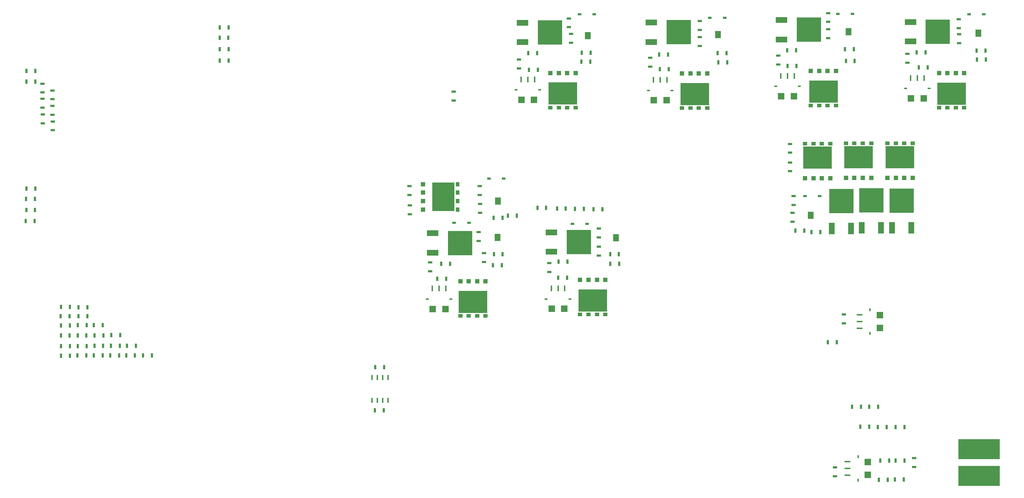
<source format=gbr>
%TF.GenerationSoftware,Novarm,DipTrace,3.3.1.1*%
%TF.CreationDate,2019-12-29T15:55:59+07:00*%
%FSLAX35Y35*%
%MOMM*%
%TF.FileFunction,Paste,Top*%
%TF.Part,Single*%
%ADD92R,2.8X1.4*%
%ADD94R,0.95X0.6*%
%ADD96R,1.48X1.68*%
%ADD98R,0.105X0.689*%
%ADD100R,1.6X1.5*%
%ADD102R,0.7X0.4*%
%ADD104R,0.3X1.4*%
%ADD106R,5.8X5.8*%
%ADD108R,1.4X2.8*%
%ADD110R,-0.02X-0.075*%
%ADD112R,5.3X6.8*%
%ADD114R,0.95X1.05*%
%ADD116R,1.08X1.05*%
%ADD118R,-0.075X-0.02*%
%ADD120R,6.8X5.3*%
%ADD122R,1.05X0.95*%
%ADD124R,1.05X1.08*%
%ADD128R,0.35X1.3*%
%ADD139R,0.6X1.1*%
%ADD146R,1.5X1.6*%
%ADD148R,0.4X0.7*%
%ADD150R,1.4X0.3*%
%ADD152R,1.1X0.6*%
%ADD159R,9.8X4.8*%
G75*
G01*
%LPD*%
D159*
X25421037Y1927914D3*
Y1292911D3*
D152*
X3426710Y10242337D3*
Y10452337D3*
X3428143Y9873003D3*
Y10083003D3*
X3436963Y9505237D3*
Y9715237D3*
X3191900Y10403437D3*
Y10613437D3*
X3191127Y10039670D3*
Y10249670D3*
X3195693Y9667827D3*
Y9877827D3*
D150*
X22299657Y1633180D3*
Y1473180D3*
Y1313180D3*
D148*
X22549657Y1753180D3*
Y1193180D3*
D146*
X22784657Y1623180D3*
Y1323180D3*
D152*
X22003667Y1289300D3*
Y1499300D3*
D139*
X23043610Y1205233D3*
X23253610D3*
X23424237Y1208027D3*
X23634237D3*
D152*
X23879897Y1510433D3*
Y1720433D3*
D139*
X23439757Y1663550D3*
X23649757D3*
X23289663Y1663003D3*
X23079663D3*
X21835493Y4471813D3*
X22045493D3*
X22606903Y2462980D3*
X22816903D3*
X23022287Y2457423D3*
X23232287D3*
X23445860Y2453920D3*
X23655860D3*
X22816523Y2942247D3*
X23026523D3*
X22409823Y2942620D3*
X22619823D3*
D152*
X12956077Y10420267D3*
Y10210267D3*
D128*
X11395483Y3633917D3*
X11268483D3*
X11141483D3*
X11014483D3*
Y3093917D3*
X11141483D3*
X11268483D3*
X11395483D3*
D139*
X11087087Y3879743D3*
X11297087D3*
X11293903Y2852820D3*
X11083903D3*
X3630173Y5310417D3*
X3840173D3*
X4046567Y5303997D3*
X4256567D3*
X3624457Y5088193D3*
X3834457D3*
X4043313Y5087237D3*
X4253313D3*
X3633633Y4871363D3*
X3843633D3*
X4027577Y4875253D3*
X4237577D3*
X4408733Y4874773D3*
X4618733D3*
X3627217Y4636133D3*
X3837217D3*
X4025170Y4636187D3*
X4235170D3*
X4430123Y4633203D3*
X4640123D3*
X4826760Y4641583D3*
X5036760D3*
X3629930Y4381533D3*
X3839930D3*
X4032213Y4381297D3*
X4242213D3*
X4423327Y4385867D3*
X4633327D3*
X4817883Y4383610D3*
X5027883D3*
X5194317Y4388090D3*
X5404317D3*
X3630683Y4151263D3*
X3840683D3*
X4020547Y4154617D3*
X4230547D3*
X4409477Y4155250D3*
X4619477D3*
X4799070Y4154563D3*
X5009070D3*
X5175800Y4158747D3*
X5385800D3*
X5575777Y4158710D3*
X5785777D3*
X7394913Y11703070D3*
X7604913D3*
X7399680Y11432233D3*
X7609680D3*
X7399133Y11161400D3*
X7609133D3*
X3017213Y10658293D3*
X2807213D3*
X3020450Y10916873D3*
X2810450D3*
X3001263Y7352093D3*
X2791263D3*
X3015807Y7609770D3*
X2805807D3*
X7397803Y11944970D3*
X7607803D3*
D150*
X22584443Y5121697D3*
Y4961697D3*
Y4801697D3*
D148*
X22834443Y5241697D3*
Y4681697D3*
D146*
X23069443Y5111697D3*
Y4811697D3*
D152*
X22214210Y4917707D3*
Y5127707D3*
D124*
X21291023Y8364150D3*
X21491023D3*
X21691023D3*
X21891023D3*
D122*
Y9185650D3*
X21691023D3*
X21491023D3*
X21291023D3*
D120*
X21591023Y8853160D3*
D118*
X21234723Y9119150D3*
X21947323D3*
D116*
X12220457Y8224073D3*
Y8024073D3*
Y7824073D3*
Y7624073D3*
D114*
X13041957D3*
Y7824073D3*
Y8024073D3*
Y8224073D3*
D112*
X12709467Y7924073D3*
D110*
X12975457Y8280373D3*
Y7567773D3*
D124*
X13709177Y5920643D3*
X13509177D3*
X13309177D3*
X13109177D3*
D122*
Y5099143D3*
X13309177D3*
X13509177D3*
X13709177D3*
D120*
X13409177Y5431633D3*
D118*
X13765477Y5165643D3*
X13052877D3*
D124*
X16552450Y5954193D3*
X16352450D3*
X16152450D3*
X15952450D3*
D122*
Y5132693D3*
X16152450D3*
X16352450D3*
X16552450D3*
D120*
X16252450Y5465183D3*
D118*
X16608750Y5199193D3*
X15896150D3*
D124*
X22263893Y8372677D3*
X22463893D3*
X22663893D3*
X22863893D3*
D122*
Y9194177D3*
X22663893D3*
X22463893D3*
X22263893D3*
D120*
X22563893Y8861687D3*
D118*
X22207593Y9127677D3*
X22920193D3*
D124*
X23246900Y8372647D3*
X23446900D3*
X23646900D3*
X23846900D3*
D122*
Y9194147D3*
X23646900D3*
X23446900D3*
X23246900D3*
D120*
X23546900Y8861657D3*
D118*
X23190600Y9127647D3*
X23903200D3*
D139*
X2806653Y8116070D3*
X3016653D3*
X2800263Y7877413D3*
X3010263D3*
D108*
X21926880Y7171643D3*
X22386880D3*
D106*
X22156880Y7821643D3*
D152*
X12391557Y6153760D3*
Y6363817D3*
D139*
X12864607Y6333587D3*
X12654607D3*
D152*
X15221810Y6137803D3*
Y6347860D3*
D139*
X15652170Y6387367D3*
X15442170D3*
D152*
X20936413Y9182797D3*
Y8972740D3*
X20939083Y8531220D3*
Y8741220D3*
D104*
X12765900Y5745997D3*
X12605900D3*
X12445900D3*
D102*
X12885900Y5495997D3*
X12325900D3*
D100*
X12755900Y5260997D3*
X12455900D3*
D98*
X13998753Y8032160D3*
X14048753D3*
X13948753D3*
X13898753D3*
X13998753Y7611060D3*
X13948753D3*
X13898753D3*
X14048753D3*
X14098753D3*
Y8032160D3*
D96*
X13998753Y7821610D3*
D104*
X14869793Y10713323D3*
X14709793D3*
X14549793D3*
D102*
X14989793Y10463323D3*
X14429793D3*
D100*
X14859793Y10228323D3*
X14559793D3*
D152*
X13567013Y7970207D3*
Y8180207D3*
D94*
X13787947Y8357543D3*
X14137947D3*
D152*
X13582530Y7542953D3*
Y7752953D3*
D139*
X13904520Y7426953D3*
X14114520D3*
X14237933Y7477014D3*
X14447933D3*
X15148543Y7663457D3*
X14938543D3*
X15404763Y7644493D3*
X15614763D3*
X16039450Y7641207D3*
X15829450D3*
X16274567Y7627960D3*
X16484567D3*
D98*
X13994177Y7171953D3*
X14044177D3*
X13944177D3*
X13894177D3*
X13994177Y6750853D3*
X13944177D3*
X13894177D3*
X14044177D3*
X14094177D3*
Y7171953D3*
D96*
X13994177Y6961403D3*
D139*
X12562660Y5977600D3*
X12772660D3*
D152*
X14504467Y10975780D3*
Y11185837D3*
X13544003Y7088670D3*
Y6878670D3*
D94*
X12964167Y7306657D3*
X13314167D3*
D152*
X13670203Y6590343D3*
Y6380343D3*
D139*
X13881737Y6302910D3*
X14091737D3*
X13905940Y6559304D3*
X14115940D3*
D92*
X12454800Y7059080D3*
Y6599080D3*
D106*
X13104800Y6829080D3*
D98*
X16132233Y11965060D3*
X16182233D3*
X16082233D3*
X16032233D3*
X16132233Y11543960D3*
X16082233D3*
X16032233D3*
X16182233D3*
X16232233D3*
Y11965060D3*
D96*
X16132233Y11754510D3*
D139*
X14742720Y10942883D3*
X14952720D3*
D104*
X15588773Y5749103D3*
X15428773D3*
X15268773D3*
D102*
X15708773Y5499103D3*
X15148773D3*
D100*
X15578773Y5264103D3*
X15278773D3*
D152*
X15684587Y12161867D3*
Y11951867D3*
D98*
X16800690Y7159217D3*
X16850690D3*
X16750690D3*
X16700690D3*
X16800690Y6738117D3*
X16750690D3*
X16700690D3*
X16850690D3*
X16900690D3*
Y7159217D3*
D96*
X16800690Y6948667D3*
D139*
X15431883Y6005507D3*
X15641883D3*
D152*
X16395403Y6958090D3*
Y7168090D3*
D94*
X15768410Y7285857D3*
X16118410D3*
D152*
X16394407Y6526147D3*
Y6736147D3*
D139*
X16668193Y6331837D3*
X16878193D3*
X16666313Y6559794D3*
X16876313D3*
D92*
X15272283Y7081440D3*
Y6621440D3*
D106*
X15922283Y6851440D3*
D94*
X15940973Y12256523D3*
X16290973D3*
D152*
X15738117Y11586280D3*
Y11796280D3*
D139*
X16194403Y11135103D3*
X15984403D3*
X15990280Y11347521D3*
X16200280D3*
D92*
X14585187Y12060787D3*
Y11600787D3*
D106*
X15235187Y11830787D3*
D124*
X15846350Y10865713D3*
X15646350D3*
X15446350D3*
X15246350D3*
D122*
Y10044213D3*
X15446350D3*
X15646350D3*
X15846350D3*
D120*
X15546350Y10376703D3*
D118*
X15902650Y10110713D3*
X15190050D3*
D139*
X14930100Y11339557D3*
X14720100D3*
D104*
X18013923Y10701913D3*
X17853923D3*
X17693923D3*
D102*
X18133923Y10451913D3*
X17573923D3*
D100*
X18003923Y10216913D3*
X17703923D3*
D152*
X17616590Y11017563D3*
Y11227620D3*
D98*
X19222243Y11986973D3*
X19272243D3*
X19172243D3*
X19122243D3*
X19222243Y11565873D3*
X19172243D3*
X19122243D3*
X19272243D3*
X19322243D3*
Y11986973D3*
D96*
X19222243Y11776423D3*
D139*
X17848657Y10957193D3*
X18058657D3*
D152*
X18796573Y11888827D3*
Y12098827D3*
D94*
X19035273Y12177960D3*
X19385273D3*
D152*
X18796407Y11508667D3*
Y11718667D3*
D108*
X23354500Y7186173D3*
X23814500D3*
D106*
X23584500Y7836173D3*
D139*
X19443350Y11115547D3*
X19233350D3*
D98*
X21425197Y7692870D3*
X21475197D3*
X21375197D3*
X21325197D3*
X21425197Y7271770D3*
X21375197D3*
X21325197D3*
X21475197D3*
X21525197D3*
Y7692870D3*
D96*
X21425197Y7482320D3*
D139*
X19217987Y11334131D3*
X19427987D3*
D152*
X21018317Y7731790D3*
Y7941790D3*
D94*
X21637570Y7941070D3*
X21287570D3*
D152*
X20995490Y7334813D3*
Y7544813D3*
D139*
X21065973Y7119190D3*
X21275973D3*
X21446100Y7091261D3*
X21656100D3*
D108*
X22633787Y7189573D3*
X23093787D3*
D106*
X22863787Y7839573D3*
D92*
X17645890Y12063763D3*
Y11603763D3*
D106*
X18295890Y11833763D3*
D124*
X18971750Y10855117D3*
X18771750D3*
X18571750D3*
X18371750D3*
D122*
Y10033617D3*
X18571750D3*
X18771750D3*
X18971750D3*
D120*
X18671750Y10366107D3*
D118*
X19028050Y10100117D3*
X18315450D3*
D139*
X18042327Y11299553D3*
X17832327D3*
D104*
X24120270Y10745953D3*
X23960270D3*
X23800270D3*
D102*
X24240270Y10495953D3*
X23680270D3*
D100*
X24110270Y10260953D3*
X23810270D3*
D152*
X23718613Y11108700D3*
Y11318757D3*
D98*
X25410017Y12025810D3*
X25460017D3*
X25360017D3*
X25310017D3*
X25410017Y11604710D3*
X25360017D3*
X25310017D3*
X25460017D3*
X25510017D3*
Y12025810D3*
D96*
X25410017Y11815260D3*
D139*
X23995463Y11001350D3*
X24205463D3*
D152*
X24944230Y11928633D3*
Y12138633D3*
D94*
X25184863Y12262480D3*
X25534863D3*
D152*
X24945160Y11574310D3*
Y11784310D3*
D139*
X25581167Y11186847D3*
X25371167D3*
X25363570Y11393654D3*
X25573570D3*
D92*
X23793660Y12075677D3*
Y11615677D3*
D106*
X24443660Y11845677D3*
D124*
X25071830Y10861717D3*
X24871830D3*
X24671830D3*
X24471830D3*
D122*
Y10040217D3*
X24671830D3*
X24871830D3*
X25071830D3*
D120*
X24771830Y10372707D3*
D118*
X25128130Y10106717D3*
X24415530D3*
D139*
X24152610Y11356370D3*
X23942610D3*
D104*
X21037460Y10797253D3*
X20877460D3*
X20717460D3*
D102*
X21157460Y10547253D3*
X20597460D3*
D100*
X21027460Y10312253D3*
X20727460D3*
D152*
X20654003Y11064807D3*
Y11274863D3*
D98*
X22325177Y12059370D3*
X22375177D3*
X22275177D3*
X22225177D3*
X22325177Y11638270D3*
X22275177D3*
X22225177D3*
X22375177D3*
X22425177D3*
Y12059370D3*
D96*
X22325177Y11848820D3*
D139*
X20880570Y11029893D3*
X21090570D3*
D152*
X21841657Y12079513D3*
Y12289513D3*
D94*
X22068823Y12272210D3*
X22418823D3*
D152*
X21837970Y11696370D3*
Y11906370D3*
D139*
X22471670Y11148703D3*
X22261670D3*
X22241570Y11429284D3*
X22451570D3*
D92*
X20730690Y12123020D3*
Y11663020D3*
D106*
X21380690Y11893020D3*
D124*
X22028233Y10912300D3*
X21828233D3*
X21628233D3*
X21428233D3*
D122*
Y10090800D3*
X21628233D3*
X21828233D3*
X22028233D3*
D120*
X21728233Y10423290D3*
D118*
X22084533Y10157300D3*
X21371933D3*
D139*
X21081180Y11406143D3*
X20871180D3*
D152*
X11904113Y8181593D3*
Y7971537D3*
X11909663Y7510590D3*
Y7720590D3*
M02*

</source>
